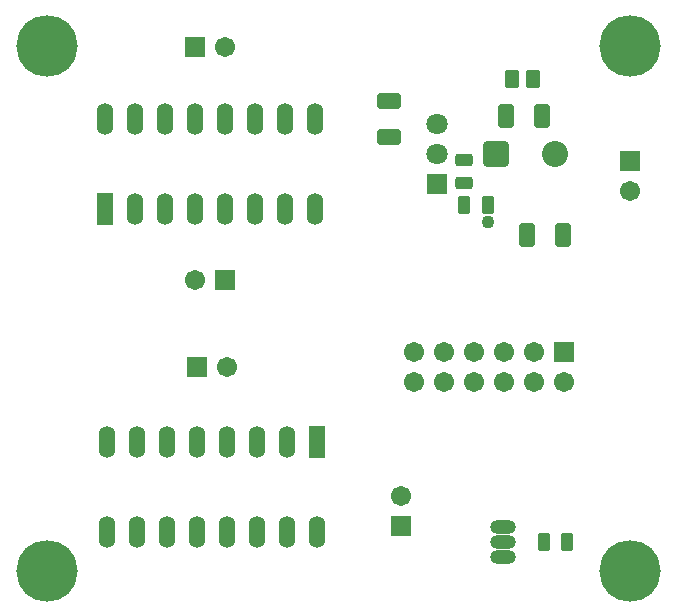
<source format=gbs>
G04 Layer_Color=16711935*
%FSLAX44Y44*%
%MOMM*%
G71*
G01*
G75*
G04:AMPARAMS|DCode=41|XSize=1.5032mm|YSize=1.0032mm|CornerRadius=0.2016mm|HoleSize=0mm|Usage=FLASHONLY|Rotation=180.000|XOffset=0mm|YOffset=0mm|HoleType=Round|Shape=RoundedRectangle|*
%AMROUNDEDRECTD41*
21,1,1.5032,0.6000,0,0,180.0*
21,1,1.1000,1.0032,0,0,180.0*
1,1,0.4032,-0.5500,0.3000*
1,1,0.4032,0.5500,0.3000*
1,1,0.4032,0.5500,-0.3000*
1,1,0.4032,-0.5500,-0.3000*
%
%ADD41ROUNDEDRECTD41*%
%ADD43C,5.2032*%
%ADD44C,1.8032*%
%ADD45R,1.8032X1.8032*%
%ADD46R,1.7032X1.7032*%
%ADD47C,1.7032*%
%ADD48C,2.2032*%
G04:AMPARAMS|DCode=49|XSize=2.2032mm|YSize=2.2032mm|CornerRadius=0.3516mm|HoleSize=0mm|Usage=FLASHONLY|Rotation=0.000|XOffset=0mm|YOffset=0mm|HoleType=Round|Shape=RoundedRectangle|*
%AMROUNDEDRECTD49*
21,1,2.2032,1.5000,0,0,0.0*
21,1,1.5000,2.2032,0,0,0.0*
1,1,0.7032,0.7500,-0.7500*
1,1,0.7032,-0.7500,-0.7500*
1,1,0.7032,-0.7500,0.7500*
1,1,0.7032,0.7500,0.7500*
%
%ADD49ROUNDEDRECTD49*%
%ADD50O,2.2032X1.2032*%
%ADD51O,2.2032X1.2032*%
%ADD52O,1.4032X2.7032*%
%ADD53R,1.4032X2.7032*%
%ADD54R,1.7032X1.7032*%
%ADD55C,1.1032*%
G04:AMPARAMS|DCode=56|XSize=2.0032mm|YSize=1.3532mm|CornerRadius=0.2454mm|HoleSize=0mm|Usage=FLASHONLY|Rotation=270.000|XOffset=0mm|YOffset=0mm|HoleType=Round|Shape=RoundedRectangle|*
%AMROUNDEDRECTD56*
21,1,2.0032,0.8625,0,0,270.0*
21,1,1.5125,1.3532,0,0,270.0*
1,1,0.4907,-0.4313,-0.7562*
1,1,0.4907,-0.4313,0.7562*
1,1,0.4907,0.4313,0.7562*
1,1,0.4907,0.4313,-0.7562*
%
%ADD56ROUNDEDRECTD56*%
G04:AMPARAMS|DCode=57|XSize=1.5032mm|YSize=1.0032mm|CornerRadius=0.2016mm|HoleSize=0mm|Usage=FLASHONLY|Rotation=270.000|XOffset=0mm|YOffset=0mm|HoleType=Round|Shape=RoundedRectangle|*
%AMROUNDEDRECTD57*
21,1,1.5032,0.6000,0,0,270.0*
21,1,1.1000,1.0032,0,0,270.0*
1,1,0.4032,-0.3000,-0.5500*
1,1,0.4032,-0.3000,0.5500*
1,1,0.4032,0.3000,0.5500*
1,1,0.4032,0.3000,-0.5500*
%
%ADD57ROUNDEDRECTD57*%
G04:AMPARAMS|DCode=58|XSize=1.6032mm|YSize=1.2032mm|CornerRadius=0.2266mm|HoleSize=0mm|Usage=FLASHONLY|Rotation=270.000|XOffset=0mm|YOffset=0mm|HoleType=Round|Shape=RoundedRectangle|*
%AMROUNDEDRECTD58*
21,1,1.6032,0.7500,0,0,270.0*
21,1,1.1500,1.2032,0,0,270.0*
1,1,0.4532,-0.3750,-0.5750*
1,1,0.4532,-0.3750,0.5750*
1,1,0.4532,0.3750,0.5750*
1,1,0.4532,0.3750,-0.5750*
%
%ADD58ROUNDEDRECTD58*%
G04:AMPARAMS|DCode=59|XSize=2.0032mm|YSize=1.3532mm|CornerRadius=0.2454mm|HoleSize=0mm|Usage=FLASHONLY|Rotation=0.000|XOffset=0mm|YOffset=0mm|HoleType=Round|Shape=RoundedRectangle|*
%AMROUNDEDRECTD59*
21,1,2.0032,0.8625,0,0,0.0*
21,1,1.5125,1.3532,0,0,0.0*
1,1,0.4907,0.7562,-0.4313*
1,1,0.4907,-0.7562,-0.4313*
1,1,0.4907,-0.7562,0.4313*
1,1,0.4907,0.7562,0.4313*
%
%ADD59ROUNDEDRECTD59*%
D41*
X381000Y375760D02*
D03*
Y355760D02*
D03*
D43*
X521970Y27940D02*
D03*
X27940D02*
D03*
X521970Y472440D02*
D03*
X27940D02*
D03*
D44*
X358140Y406400D02*
D03*
Y381000D02*
D03*
D45*
Y355600D02*
D03*
D46*
X521970Y374650D02*
D03*
X327660Y66040D02*
D03*
D47*
X521970Y349250D02*
D03*
X327660Y91440D02*
D03*
X180340Y200660D02*
D03*
X339090Y187960D02*
D03*
Y213360D02*
D03*
X364490Y187960D02*
D03*
Y213360D02*
D03*
X389890Y187960D02*
D03*
Y213360D02*
D03*
X415290Y187960D02*
D03*
Y213360D02*
D03*
X440690Y187960D02*
D03*
Y213360D02*
D03*
X466090Y187960D02*
D03*
X179070Y471170D02*
D03*
X153670Y274320D02*
D03*
D48*
X458070Y381000D02*
D03*
D49*
X408070D02*
D03*
D50*
X414020Y64770D02*
D03*
Y52070D02*
D03*
D51*
Y39370D02*
D03*
D52*
X78740Y60960D02*
D03*
X104140D02*
D03*
X129540D02*
D03*
X154940D02*
D03*
X180340D02*
D03*
X205740D02*
D03*
X231140D02*
D03*
X256540D02*
D03*
X78740Y137160D02*
D03*
X104140D02*
D03*
X129540D02*
D03*
X154940D02*
D03*
X180340D02*
D03*
X205740D02*
D03*
X231140D02*
D03*
X255270Y410210D02*
D03*
X229870D02*
D03*
X204470D02*
D03*
X179070D02*
D03*
X153670D02*
D03*
X128270D02*
D03*
X102870D02*
D03*
X77470D02*
D03*
X255270Y334010D02*
D03*
X229870D02*
D03*
X204470D02*
D03*
X179070D02*
D03*
X153670D02*
D03*
X128270D02*
D03*
X102870D02*
D03*
D53*
X256540Y137160D02*
D03*
X77470Y334010D02*
D03*
D54*
X154940Y200660D02*
D03*
X466090Y213360D02*
D03*
X153670Y471170D02*
D03*
X179070Y274320D02*
D03*
D55*
X401160Y322834D02*
D03*
D56*
X464580Y312420D02*
D03*
X434580D02*
D03*
X446800Y412750D02*
D03*
X416800D02*
D03*
D57*
X448470Y52070D02*
D03*
X468470D02*
D03*
X381160Y337820D02*
D03*
X401160D02*
D03*
D58*
X439530Y444500D02*
D03*
X421530D02*
D03*
D59*
X317500Y425210D02*
D03*
Y395210D02*
D03*
M02*

</source>
